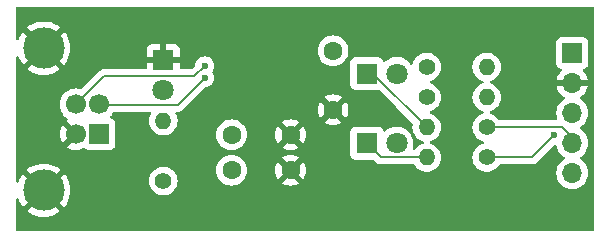
<source format=gbl>
G04 #@! TF.GenerationSoftware,KiCad,Pcbnew,8.0.7*
G04 #@! TF.CreationDate,2025-01-23T22:17:45+09:00*
G04 #@! TF.ProjectId,ch340_silial_release,63683334-305f-4736-996c-69616c5f7265,rev?*
G04 #@! TF.SameCoordinates,Original*
G04 #@! TF.FileFunction,Copper,L2,Bot*
G04 #@! TF.FilePolarity,Positive*
%FSLAX46Y46*%
G04 Gerber Fmt 4.6, Leading zero omitted, Abs format (unit mm)*
G04 Created by KiCad (PCBNEW 8.0.7) date 2025-01-23 22:17:45*
%MOMM*%
%LPD*%
G01*
G04 APERTURE LIST*
G04 #@! TA.AperFunction,ComponentPad*
%ADD10R,1.700000X1.700000*%
G04 #@! TD*
G04 #@! TA.AperFunction,ComponentPad*
%ADD11C,1.700000*%
G04 #@! TD*
G04 #@! TA.AperFunction,ComponentPad*
%ADD12C,3.500000*%
G04 #@! TD*
G04 #@! TA.AperFunction,ComponentPad*
%ADD13C,1.400000*%
G04 #@! TD*
G04 #@! TA.AperFunction,ComponentPad*
%ADD14O,1.400000X1.400000*%
G04 #@! TD*
G04 #@! TA.AperFunction,ComponentPad*
%ADD15C,1.600000*%
G04 #@! TD*
G04 #@! TA.AperFunction,ComponentPad*
%ADD16R,1.800000X1.800000*%
G04 #@! TD*
G04 #@! TA.AperFunction,ComponentPad*
%ADD17C,1.800000*%
G04 #@! TD*
G04 #@! TA.AperFunction,ComponentPad*
%ADD18O,1.700000X1.700000*%
G04 #@! TD*
G04 #@! TA.AperFunction,ViaPad*
%ADD19C,0.600000*%
G04 #@! TD*
G04 #@! TA.AperFunction,Conductor*
%ADD20C,0.200000*%
G04 #@! TD*
G04 APERTURE END LIST*
D10*
X107577500Y-61275000D03*
D11*
X107577500Y-58775000D03*
X105577500Y-58775000D03*
X105577500Y-61275000D03*
D12*
X102867500Y-66045000D03*
X102867500Y-54005000D03*
D13*
X135292800Y-58152266D03*
D14*
X140372800Y-58152266D03*
X140372800Y-55600600D03*
D13*
X135292800Y-55600600D03*
X113000000Y-65252600D03*
D14*
X113000000Y-60172600D03*
D13*
X140372800Y-60703932D03*
D14*
X135292800Y-60703932D03*
D13*
X140372800Y-63255600D03*
D14*
X135292800Y-63255600D03*
D15*
X123772000Y-64341000D03*
X118772000Y-64341000D03*
X123772000Y-61341000D03*
X118772000Y-61341000D03*
X127368000Y-54229000D03*
X127368000Y-59229000D03*
D16*
X130212800Y-56159400D03*
D17*
X132752800Y-56159400D03*
D16*
X130212800Y-62052200D03*
D17*
X132752800Y-62052200D03*
D10*
X147623900Y-54413200D03*
D18*
X147623900Y-56953200D03*
X147623900Y-59493200D03*
X147623900Y-62033200D03*
X147623900Y-64573200D03*
D16*
X113000000Y-55041800D03*
D17*
X113000000Y-57581800D03*
D19*
X146062400Y-61391800D03*
X120500000Y-57005000D03*
X116500000Y-55505000D03*
X116500000Y-56505000D03*
D20*
X114223200Y-58781800D02*
X116500000Y-56505000D01*
X107577500Y-58775000D02*
X107584300Y-58781800D01*
X107584300Y-58781800D02*
X114223200Y-58781800D01*
X115623200Y-56381800D02*
X116500000Y-55505000D01*
X107970700Y-56381800D02*
X115623200Y-56381800D01*
X105577500Y-58775000D02*
X107970700Y-56381800D01*
X144198600Y-63255600D02*
X146062400Y-61391800D01*
X140372800Y-63255600D02*
X144198600Y-63255600D01*
X140372800Y-60703932D02*
X146738932Y-60703932D01*
X146738932Y-60703932D02*
X148000000Y-61965000D01*
X131416200Y-63255600D02*
X130212800Y-62052200D01*
X135292800Y-63255600D02*
X131416200Y-63255600D01*
X130748268Y-56159400D02*
X130212800Y-56159400D01*
X135292800Y-60703932D02*
X130748268Y-56159400D01*
G04 #@! TA.AperFunction,Conductor*
G36*
X149442539Y-50520185D02*
G01*
X149488294Y-50572989D01*
X149499500Y-50624500D01*
X149499500Y-69375500D01*
X149479815Y-69442539D01*
X149427011Y-69488294D01*
X149375500Y-69499500D01*
X100624500Y-69499500D01*
X100557461Y-69479815D01*
X100511706Y-69427011D01*
X100500500Y-69375500D01*
X100500500Y-66822862D01*
X100520185Y-66755823D01*
X100572989Y-66710068D01*
X100642147Y-66700124D01*
X100705703Y-66729149D01*
X100741919Y-66783003D01*
X100784312Y-66907888D01*
X100914758Y-67172406D01*
X100914765Y-67172419D01*
X101078623Y-67417649D01*
X101107905Y-67451040D01*
X101884673Y-66674271D01*
X101978888Y-66803946D01*
X102108554Y-66933612D01*
X102238227Y-67027825D01*
X101461458Y-67804593D01*
X101494850Y-67833876D01*
X101740080Y-67997734D01*
X101740093Y-67997741D01*
X102004611Y-68128187D01*
X102283900Y-68222994D01*
X102283915Y-68222998D01*
X102573175Y-68280535D01*
X102573187Y-68280537D01*
X102867500Y-68299827D01*
X103161812Y-68280537D01*
X103161824Y-68280535D01*
X103451084Y-68222998D01*
X103451099Y-68222994D01*
X103730388Y-68128187D01*
X103994906Y-67997741D01*
X103994919Y-67997734D01*
X104240148Y-67833877D01*
X104273539Y-67804593D01*
X103496771Y-67027825D01*
X103626446Y-66933612D01*
X103756112Y-66803946D01*
X103850325Y-66674271D01*
X104627093Y-67451039D01*
X104656377Y-67417648D01*
X104820234Y-67172419D01*
X104820241Y-67172406D01*
X104950687Y-66907888D01*
X105045494Y-66628599D01*
X105045498Y-66628584D01*
X105103035Y-66339324D01*
X105103037Y-66339312D01*
X105122327Y-66045000D01*
X105103037Y-65750687D01*
X105103035Y-65750675D01*
X105045498Y-65461415D01*
X105045494Y-65461400D01*
X104974615Y-65252599D01*
X111794357Y-65252599D01*
X111794357Y-65252600D01*
X111814884Y-65474135D01*
X111814885Y-65474137D01*
X111875769Y-65688123D01*
X111875775Y-65688138D01*
X111974938Y-65887283D01*
X111974943Y-65887291D01*
X112109020Y-66064838D01*
X112273437Y-66214723D01*
X112273439Y-66214725D01*
X112462595Y-66331845D01*
X112462596Y-66331845D01*
X112462599Y-66331847D01*
X112670060Y-66412218D01*
X112888757Y-66453100D01*
X112888759Y-66453100D01*
X113111241Y-66453100D01*
X113111243Y-66453100D01*
X113329940Y-66412218D01*
X113537401Y-66331847D01*
X113726562Y-66214724D01*
X113890981Y-66064836D01*
X114025058Y-65887289D01*
X114124229Y-65688128D01*
X114185115Y-65474136D01*
X114205643Y-65252600D01*
X114185115Y-65031064D01*
X114124229Y-64817072D01*
X114120017Y-64808613D01*
X114025061Y-64617916D01*
X114025056Y-64617908D01*
X113890979Y-64440361D01*
X113781982Y-64340998D01*
X117466532Y-64340998D01*
X117466532Y-64341001D01*
X117486364Y-64567686D01*
X117486366Y-64567697D01*
X117545258Y-64787488D01*
X117545261Y-64787497D01*
X117641431Y-64993732D01*
X117641432Y-64993734D01*
X117771954Y-65180141D01*
X117932858Y-65341045D01*
X117932861Y-65341047D01*
X118119266Y-65471568D01*
X118325504Y-65567739D01*
X118545308Y-65626635D01*
X118707230Y-65640801D01*
X118771998Y-65646468D01*
X118772000Y-65646468D01*
X118772002Y-65646468D01*
X118828673Y-65641509D01*
X118998692Y-65626635D01*
X119218496Y-65567739D01*
X119424734Y-65471568D01*
X119611139Y-65341047D01*
X119772047Y-65180139D01*
X119902568Y-64993734D01*
X119998739Y-64787496D01*
X120057635Y-64567692D01*
X120077468Y-64341000D01*
X120077468Y-64340997D01*
X122467034Y-64340997D01*
X122467034Y-64341002D01*
X122486858Y-64567599D01*
X122486860Y-64567610D01*
X122545730Y-64787317D01*
X122545735Y-64787331D01*
X122641863Y-64993478D01*
X122692974Y-65066472D01*
X123372000Y-64387446D01*
X123372000Y-64393661D01*
X123399259Y-64495394D01*
X123451920Y-64586606D01*
X123526394Y-64661080D01*
X123617606Y-64713741D01*
X123719339Y-64741000D01*
X123725553Y-64741000D01*
X123046526Y-65420025D01*
X123119513Y-65471132D01*
X123119521Y-65471136D01*
X123325668Y-65567264D01*
X123325682Y-65567269D01*
X123545389Y-65626139D01*
X123545400Y-65626141D01*
X123771998Y-65645966D01*
X123772002Y-65645966D01*
X123998599Y-65626141D01*
X123998610Y-65626139D01*
X124218317Y-65567269D01*
X124218331Y-65567264D01*
X124424478Y-65471136D01*
X124497471Y-65420024D01*
X123818447Y-64741000D01*
X123824661Y-64741000D01*
X123926394Y-64713741D01*
X124017606Y-64661080D01*
X124092080Y-64586606D01*
X124144741Y-64495394D01*
X124172000Y-64393661D01*
X124172000Y-64387447D01*
X124851024Y-65066471D01*
X124902136Y-64993478D01*
X124998264Y-64787331D01*
X124998269Y-64787317D01*
X125057139Y-64567610D01*
X125057141Y-64567599D01*
X125076966Y-64341002D01*
X125076966Y-64340997D01*
X125057141Y-64114400D01*
X125057139Y-64114389D01*
X124998269Y-63894682D01*
X124998264Y-63894668D01*
X124902136Y-63688521D01*
X124902132Y-63688513D01*
X124851025Y-63615526D01*
X124172000Y-64294551D01*
X124172000Y-64288339D01*
X124144741Y-64186606D01*
X124092080Y-64095394D01*
X124017606Y-64020920D01*
X123926394Y-63968259D01*
X123824661Y-63941000D01*
X123818445Y-63941000D01*
X124497472Y-63261974D01*
X124424478Y-63210863D01*
X124218331Y-63114735D01*
X124218317Y-63114730D01*
X123998610Y-63055860D01*
X123998599Y-63055858D01*
X123772002Y-63036034D01*
X123771998Y-63036034D01*
X123545400Y-63055858D01*
X123545389Y-63055860D01*
X123325682Y-63114730D01*
X123325673Y-63114734D01*
X123119516Y-63210866D01*
X123119512Y-63210868D01*
X123046526Y-63261973D01*
X123046526Y-63261974D01*
X123725553Y-63941000D01*
X123719339Y-63941000D01*
X123617606Y-63968259D01*
X123526394Y-64020920D01*
X123451920Y-64095394D01*
X123399259Y-64186606D01*
X123372000Y-64288339D01*
X123372000Y-64294552D01*
X122692974Y-63615526D01*
X122692973Y-63615526D01*
X122641868Y-63688512D01*
X122641866Y-63688516D01*
X122545734Y-63894673D01*
X122545730Y-63894682D01*
X122486860Y-64114389D01*
X122486858Y-64114400D01*
X122467034Y-64340997D01*
X120077468Y-64340997D01*
X120077187Y-64337792D01*
X120066683Y-64217724D01*
X120057635Y-64114308D01*
X119998739Y-63894504D01*
X119902568Y-63688266D01*
X119772047Y-63501861D01*
X119772045Y-63501858D01*
X119611141Y-63340954D01*
X119424734Y-63210432D01*
X119424732Y-63210431D01*
X119218497Y-63114261D01*
X119218488Y-63114258D01*
X118998697Y-63055366D01*
X118998693Y-63055365D01*
X118998692Y-63055365D01*
X118998691Y-63055364D01*
X118998686Y-63055364D01*
X118772002Y-63035532D01*
X118771998Y-63035532D01*
X118545313Y-63055364D01*
X118545302Y-63055366D01*
X118325511Y-63114258D01*
X118325502Y-63114261D01*
X118119267Y-63210431D01*
X118119265Y-63210432D01*
X117932858Y-63340954D01*
X117771954Y-63501858D01*
X117641432Y-63688265D01*
X117641431Y-63688267D01*
X117545261Y-63894502D01*
X117545258Y-63894511D01*
X117486366Y-64114302D01*
X117486364Y-64114313D01*
X117466532Y-64340998D01*
X113781982Y-64340998D01*
X113726562Y-64290476D01*
X113726560Y-64290474D01*
X113537404Y-64173354D01*
X113537398Y-64173352D01*
X113329940Y-64092982D01*
X113111243Y-64052100D01*
X112888757Y-64052100D01*
X112670060Y-64092982D01*
X112614774Y-64114400D01*
X112462601Y-64173352D01*
X112462595Y-64173354D01*
X112273439Y-64290474D01*
X112273437Y-64290476D01*
X112109020Y-64440361D01*
X111974943Y-64617908D01*
X111974938Y-64617916D01*
X111875775Y-64817061D01*
X111875769Y-64817076D01*
X111814885Y-65031062D01*
X111814884Y-65031064D01*
X111794357Y-65252599D01*
X104974615Y-65252599D01*
X104950687Y-65182111D01*
X104820241Y-64917593D01*
X104820234Y-64917580D01*
X104656376Y-64672350D01*
X104627093Y-64638958D01*
X103850325Y-65415726D01*
X103756112Y-65286054D01*
X103626446Y-65156388D01*
X103496771Y-65062174D01*
X104273540Y-64285405D01*
X104240149Y-64256123D01*
X103994919Y-64092265D01*
X103994906Y-64092258D01*
X103730388Y-63961812D01*
X103451099Y-63867005D01*
X103451084Y-63867001D01*
X103161824Y-63809464D01*
X103161812Y-63809462D01*
X102867500Y-63790172D01*
X102573187Y-63809462D01*
X102573175Y-63809464D01*
X102283915Y-63867001D01*
X102283900Y-63867005D01*
X102004611Y-63961812D01*
X101740093Y-64092258D01*
X101740080Y-64092265D01*
X101494846Y-64256126D01*
X101494839Y-64256131D01*
X101461459Y-64285403D01*
X101461459Y-64285405D01*
X102238228Y-65062174D01*
X102108554Y-65156388D01*
X101978888Y-65286054D01*
X101884674Y-65415727D01*
X101107905Y-64638959D01*
X101107903Y-64638959D01*
X101078631Y-64672339D01*
X101078626Y-64672346D01*
X100914765Y-64917580D01*
X100914758Y-64917593D01*
X100784312Y-65182111D01*
X100741919Y-65306996D01*
X100701730Y-65364150D01*
X100637021Y-65390503D01*
X100568336Y-65377688D01*
X100517483Y-65329774D01*
X100500500Y-65267137D01*
X100500500Y-58774999D01*
X104221841Y-58774999D01*
X104221841Y-58775000D01*
X104242436Y-59010403D01*
X104242438Y-59010413D01*
X104303594Y-59238655D01*
X104303596Y-59238659D01*
X104303597Y-59238663D01*
X104370576Y-59382300D01*
X104403464Y-59452828D01*
X104403467Y-59452834D01*
X104467111Y-59543726D01*
X104539005Y-59646401D01*
X104706099Y-59813495D01*
X104817781Y-59891696D01*
X104863531Y-59923730D01*
X104907156Y-59978307D01*
X104914350Y-60047805D01*
X104882827Y-60110160D01*
X104863532Y-60126880D01*
X104816127Y-60160073D01*
X104816126Y-60160073D01*
X105480750Y-60824697D01*
X105399947Y-60846349D01*
X105295054Y-60906909D01*
X105209409Y-60992554D01*
X105148849Y-61097447D01*
X105127197Y-61178250D01*
X104462573Y-60513626D01*
X104462573Y-60513627D01*
X104403900Y-60597421D01*
X104403899Y-60597423D01*
X104304070Y-60811507D01*
X104304066Y-60811516D01*
X104242932Y-61039673D01*
X104242930Y-61039684D01*
X104222343Y-61274998D01*
X104222343Y-61275001D01*
X104242930Y-61510315D01*
X104242932Y-61510326D01*
X104304066Y-61738483D01*
X104304070Y-61738492D01*
X104403898Y-61952576D01*
X104462573Y-62036372D01*
X105127197Y-61371748D01*
X105148849Y-61452553D01*
X105209409Y-61557446D01*
X105295054Y-61643091D01*
X105399947Y-61703651D01*
X105480749Y-61725302D01*
X104816126Y-62389926D01*
X104899917Y-62448598D01*
X104899921Y-62448600D01*
X105114007Y-62548429D01*
X105114016Y-62548433D01*
X105342173Y-62609567D01*
X105342184Y-62609569D01*
X105577498Y-62630157D01*
X105577502Y-62630157D01*
X105812815Y-62609569D01*
X105812826Y-62609567D01*
X106040983Y-62548433D01*
X106040992Y-62548430D01*
X106231580Y-62459557D01*
X106300657Y-62449065D01*
X106364441Y-62477585D01*
X106369208Y-62481988D01*
X106485164Y-62568793D01*
X106485171Y-62568797D01*
X106620017Y-62619091D01*
X106620016Y-62619091D01*
X106626944Y-62619835D01*
X106679627Y-62625500D01*
X108475372Y-62625499D01*
X108534983Y-62619091D01*
X108669831Y-62568796D01*
X108785046Y-62482546D01*
X108871296Y-62367331D01*
X108921591Y-62232483D01*
X108928000Y-62172873D01*
X108927999Y-60377128D01*
X108921591Y-60317517D01*
X108918050Y-60308024D01*
X108871297Y-60182671D01*
X108871293Y-60182664D01*
X108785047Y-60067455D01*
X108785044Y-60067452D01*
X108669835Y-59981206D01*
X108669828Y-59981202D01*
X108567551Y-59943056D01*
X108511617Y-59901185D01*
X108487200Y-59835721D01*
X108502051Y-59767448D01*
X108523203Y-59739193D01*
X108533793Y-59728603D01*
X108615995Y-59646401D01*
X108751535Y-59452830D01*
X108751536Y-59452826D01*
X108754243Y-59448140D01*
X108755476Y-59448852D01*
X108797221Y-59401450D01*
X108863421Y-59382300D01*
X111852160Y-59382300D01*
X111919199Y-59401985D01*
X111964954Y-59454789D01*
X111974898Y-59523947D01*
X111963160Y-59561572D01*
X111875775Y-59737061D01*
X111875769Y-59737076D01*
X111814885Y-59951062D01*
X111814884Y-59951064D01*
X111794357Y-60172599D01*
X111794357Y-60172600D01*
X111814884Y-60394135D01*
X111814885Y-60394137D01*
X111875769Y-60608123D01*
X111875775Y-60608138D01*
X111974938Y-60807283D01*
X111974943Y-60807291D01*
X112109020Y-60984838D01*
X112273437Y-61134723D01*
X112273439Y-61134725D01*
X112462595Y-61251845D01*
X112462596Y-61251845D01*
X112462599Y-61251847D01*
X112670060Y-61332218D01*
X112888757Y-61373100D01*
X112888759Y-61373100D01*
X113111241Y-61373100D01*
X113111243Y-61373100D01*
X113282972Y-61340998D01*
X117466532Y-61340998D01*
X117466532Y-61341001D01*
X117486364Y-61567686D01*
X117486366Y-61567697D01*
X117545258Y-61787488D01*
X117545261Y-61787497D01*
X117641431Y-61993732D01*
X117641432Y-61993734D01*
X117771954Y-62180141D01*
X117932858Y-62341045D01*
X117932861Y-62341047D01*
X118119266Y-62471568D01*
X118325504Y-62567739D01*
X118325509Y-62567740D01*
X118325511Y-62567741D01*
X118336390Y-62570656D01*
X118545308Y-62626635D01*
X118707230Y-62640801D01*
X118771998Y-62646468D01*
X118772000Y-62646468D01*
X118772002Y-62646468D01*
X118828673Y-62641509D01*
X118998692Y-62626635D01*
X119218496Y-62567739D01*
X119424734Y-62471568D01*
X119611139Y-62341047D01*
X119772047Y-62180139D01*
X119902568Y-61993734D01*
X119998739Y-61787496D01*
X120057635Y-61567692D01*
X120076211Y-61355369D01*
X120077468Y-61341001D01*
X120077468Y-61340998D01*
X120077468Y-61340997D01*
X122467034Y-61340997D01*
X122467034Y-61341002D01*
X122486858Y-61567599D01*
X122486860Y-61567610D01*
X122545730Y-61787317D01*
X122545735Y-61787331D01*
X122641863Y-61993478D01*
X122692974Y-62066472D01*
X123372000Y-61387446D01*
X123372000Y-61393661D01*
X123399259Y-61495394D01*
X123451920Y-61586606D01*
X123526394Y-61661080D01*
X123617606Y-61713741D01*
X123719339Y-61741000D01*
X123725553Y-61741000D01*
X123046526Y-62420025D01*
X123119513Y-62471132D01*
X123119521Y-62471136D01*
X123325668Y-62567264D01*
X123325682Y-62567269D01*
X123545389Y-62626139D01*
X123545400Y-62626141D01*
X123771998Y-62645966D01*
X123772002Y-62645966D01*
X123998599Y-62626141D01*
X123998610Y-62626139D01*
X124218317Y-62567269D01*
X124218331Y-62567264D01*
X124424478Y-62471136D01*
X124497471Y-62420024D01*
X123818447Y-61741000D01*
X123824661Y-61741000D01*
X123926394Y-61713741D01*
X124017606Y-61661080D01*
X124092080Y-61586606D01*
X124144741Y-61495394D01*
X124172000Y-61393661D01*
X124172000Y-61387447D01*
X124851024Y-62066471D01*
X124902136Y-61993478D01*
X124998264Y-61787331D01*
X124998269Y-61787317D01*
X125057139Y-61567610D01*
X125057141Y-61567599D01*
X125076966Y-61341002D01*
X125076966Y-61340997D01*
X125057141Y-61114400D01*
X125057139Y-61114389D01*
X124998269Y-60894682D01*
X124998264Y-60894668D01*
X124902136Y-60688521D01*
X124902132Y-60688513D01*
X124851025Y-60615526D01*
X124172000Y-61294551D01*
X124172000Y-61288339D01*
X124144741Y-61186606D01*
X124092080Y-61095394D01*
X124017606Y-61020920D01*
X123926394Y-60968259D01*
X123824661Y-60941000D01*
X123818445Y-60941000D01*
X124497472Y-60261974D01*
X124424478Y-60210863D01*
X124218331Y-60114735D01*
X124218317Y-60114730D01*
X123998610Y-60055860D01*
X123998599Y-60055858D01*
X123772002Y-60036034D01*
X123771998Y-60036034D01*
X123545400Y-60055858D01*
X123545389Y-60055860D01*
X123325682Y-60114730D01*
X123325673Y-60114734D01*
X123119516Y-60210866D01*
X123119512Y-60210868D01*
X123046526Y-60261973D01*
X123046526Y-60261974D01*
X123725553Y-60941000D01*
X123719339Y-60941000D01*
X123617606Y-60968259D01*
X123526394Y-61020920D01*
X123451920Y-61095394D01*
X123399259Y-61186606D01*
X123372000Y-61288339D01*
X123372000Y-61294552D01*
X122692974Y-60615526D01*
X122692973Y-60615526D01*
X122641868Y-60688512D01*
X122641866Y-60688516D01*
X122545734Y-60894673D01*
X122545730Y-60894682D01*
X122486860Y-61114389D01*
X122486858Y-61114400D01*
X122467034Y-61340997D01*
X120077468Y-61340997D01*
X120061790Y-61161799D01*
X120057635Y-61114308D01*
X120007036Y-60925468D01*
X119998741Y-60894511D01*
X119998738Y-60894502D01*
X119960041Y-60811516D01*
X119902568Y-60688266D01*
X119792935Y-60531693D01*
X119772045Y-60501858D01*
X119611141Y-60340954D01*
X119424734Y-60210432D01*
X119424732Y-60210431D01*
X119218497Y-60114261D01*
X119218488Y-60114258D01*
X118998697Y-60055366D01*
X118998693Y-60055365D01*
X118998692Y-60055365D01*
X118998691Y-60055364D01*
X118998686Y-60055364D01*
X118772002Y-60035532D01*
X118771998Y-60035532D01*
X118545313Y-60055364D01*
X118545302Y-60055366D01*
X118325511Y-60114258D01*
X118325502Y-60114261D01*
X118119267Y-60210431D01*
X118119265Y-60210432D01*
X117932858Y-60340954D01*
X117771954Y-60501858D01*
X117641432Y-60688265D01*
X117641431Y-60688267D01*
X117545261Y-60894502D01*
X117545258Y-60894511D01*
X117486366Y-61114302D01*
X117486364Y-61114313D01*
X117466532Y-61340998D01*
X113282972Y-61340998D01*
X113329940Y-61332218D01*
X113537401Y-61251847D01*
X113726562Y-61134724D01*
X113890981Y-60984836D01*
X114025058Y-60807289D01*
X114124229Y-60608128D01*
X114185115Y-60394136D01*
X114205643Y-60172600D01*
X114201406Y-60126880D01*
X114185115Y-59951064D01*
X114185114Y-59951062D01*
X114184537Y-59949035D01*
X114124229Y-59737072D01*
X114120017Y-59728613D01*
X114036841Y-59561573D01*
X114024580Y-59492787D01*
X114051453Y-59428292D01*
X114108929Y-59388565D01*
X114147841Y-59382301D01*
X114302254Y-59382301D01*
X114302257Y-59382301D01*
X114454985Y-59341377D01*
X114454987Y-59341375D01*
X114454989Y-59341375D01*
X114454990Y-59341374D01*
X114506067Y-59311885D01*
X114506068Y-59311884D01*
X114591916Y-59262320D01*
X114625239Y-59228997D01*
X126063034Y-59228997D01*
X126063034Y-59229002D01*
X126082858Y-59455599D01*
X126082860Y-59455610D01*
X126141730Y-59675317D01*
X126141735Y-59675331D01*
X126237863Y-59881478D01*
X126288974Y-59954472D01*
X126968000Y-59275446D01*
X126968000Y-59281661D01*
X126995259Y-59383394D01*
X127047920Y-59474606D01*
X127122394Y-59549080D01*
X127213606Y-59601741D01*
X127315339Y-59629000D01*
X127321553Y-59629000D01*
X126642526Y-60308025D01*
X126715513Y-60359132D01*
X126715521Y-60359136D01*
X126921668Y-60455264D01*
X126921682Y-60455269D01*
X127141389Y-60514139D01*
X127141400Y-60514141D01*
X127367998Y-60533966D01*
X127368002Y-60533966D01*
X127594599Y-60514141D01*
X127594610Y-60514139D01*
X127814317Y-60455269D01*
X127814331Y-60455264D01*
X128020478Y-60359136D01*
X128093471Y-60308024D01*
X127414447Y-59629000D01*
X127420661Y-59629000D01*
X127522394Y-59601741D01*
X127613606Y-59549080D01*
X127688080Y-59474606D01*
X127740741Y-59383394D01*
X127768000Y-59281661D01*
X127768000Y-59275447D01*
X128447024Y-59954471D01*
X128498136Y-59881478D01*
X128594264Y-59675331D01*
X128594269Y-59675317D01*
X128653139Y-59455610D01*
X128653141Y-59455599D01*
X128672966Y-59229002D01*
X128672966Y-59228997D01*
X128653141Y-59002400D01*
X128653139Y-59002389D01*
X128594269Y-58782682D01*
X128594264Y-58782668D01*
X128498136Y-58576521D01*
X128498132Y-58576513D01*
X128447025Y-58503526D01*
X127768000Y-59182551D01*
X127768000Y-59176339D01*
X127740741Y-59074606D01*
X127688080Y-58983394D01*
X127613606Y-58908920D01*
X127522394Y-58856259D01*
X127420661Y-58829000D01*
X127414445Y-58829000D01*
X128093472Y-58149974D01*
X128020478Y-58098863D01*
X127814331Y-58002735D01*
X127814317Y-58002730D01*
X127594610Y-57943860D01*
X127594599Y-57943858D01*
X127368002Y-57924034D01*
X127367998Y-57924034D01*
X127141400Y-57943858D01*
X127141389Y-57943860D01*
X126921682Y-58002730D01*
X126921673Y-58002734D01*
X126715516Y-58098866D01*
X126715512Y-58098868D01*
X126642526Y-58149973D01*
X126642526Y-58149974D01*
X127321553Y-58829000D01*
X127315339Y-58829000D01*
X127213606Y-58856259D01*
X127122394Y-58908920D01*
X127047920Y-58983394D01*
X126995259Y-59074606D01*
X126968000Y-59176339D01*
X126968000Y-59182552D01*
X126288974Y-58503526D01*
X126288973Y-58503526D01*
X126237868Y-58576512D01*
X126237866Y-58576516D01*
X126141734Y-58782673D01*
X126141730Y-58782682D01*
X126082860Y-59002389D01*
X126082858Y-59002400D01*
X126063034Y-59228997D01*
X114625239Y-59228997D01*
X114703720Y-59150516D01*
X114703720Y-59150514D01*
X114713924Y-59140311D01*
X114713928Y-59140306D01*
X116518535Y-57335698D01*
X116579856Y-57302215D01*
X116592311Y-57300163D01*
X116679255Y-57290368D01*
X116849522Y-57230789D01*
X117002262Y-57134816D01*
X117129816Y-57007262D01*
X117225789Y-56854522D01*
X117285368Y-56684255D01*
X117285369Y-56684249D01*
X117305565Y-56505003D01*
X117305565Y-56504996D01*
X117285369Y-56325750D01*
X117285368Y-56325745D01*
X117225788Y-56155475D01*
X117172691Y-56070973D01*
X117153690Y-56003736D01*
X117172691Y-55939027D01*
X117225788Y-55854524D01*
X117225789Y-55854522D01*
X117285368Y-55684255D01*
X117302245Y-55534468D01*
X117305565Y-55505003D01*
X117305565Y-55504996D01*
X117285369Y-55325750D01*
X117285368Y-55325745D01*
X117251531Y-55229045D01*
X117225789Y-55155478D01*
X117223551Y-55151917D01*
X117138822Y-55017071D01*
X117129816Y-55002738D01*
X117002262Y-54875184D01*
X116997928Y-54872461D01*
X116849523Y-54779211D01*
X116679254Y-54719631D01*
X116679249Y-54719630D01*
X116500004Y-54699435D01*
X116499996Y-54699435D01*
X116320750Y-54719630D01*
X116320745Y-54719631D01*
X116150476Y-54779211D01*
X115997737Y-54875184D01*
X115870184Y-55002737D01*
X115774210Y-55155478D01*
X115714630Y-55325750D01*
X115704837Y-55412668D01*
X115677770Y-55477082D01*
X115669298Y-55486465D01*
X115410782Y-55744982D01*
X115349462Y-55778466D01*
X115323103Y-55781300D01*
X114524000Y-55781300D01*
X114456961Y-55761615D01*
X114411206Y-55708811D01*
X114400000Y-55657300D01*
X114400000Y-55291800D01*
X113375278Y-55291800D01*
X113419333Y-55215494D01*
X113450000Y-55101044D01*
X113450000Y-54982556D01*
X113419333Y-54868106D01*
X113375278Y-54791800D01*
X114400000Y-54791800D01*
X114400000Y-54228998D01*
X126062532Y-54228998D01*
X126062532Y-54229001D01*
X126082364Y-54455686D01*
X126082366Y-54455697D01*
X126141258Y-54675488D01*
X126141261Y-54675497D01*
X126237431Y-54881732D01*
X126237432Y-54881734D01*
X126367954Y-55068141D01*
X126528858Y-55229045D01*
X126528861Y-55229047D01*
X126715266Y-55359568D01*
X126921504Y-55455739D01*
X126921509Y-55455740D01*
X126921511Y-55455741D01*
X126974415Y-55469916D01*
X127141308Y-55514635D01*
X127303230Y-55528801D01*
X127367998Y-55534468D01*
X127368000Y-55534468D01*
X127368002Y-55534468D01*
X127424673Y-55529509D01*
X127594692Y-55514635D01*
X127814496Y-55455739D01*
X128020734Y-55359568D01*
X128207139Y-55229047D01*
X128224651Y-55211535D01*
X128812300Y-55211535D01*
X128812300Y-57107270D01*
X128812301Y-57107276D01*
X128818708Y-57166883D01*
X128869002Y-57301728D01*
X128869006Y-57301735D01*
X128955252Y-57416944D01*
X128955255Y-57416947D01*
X129070464Y-57503193D01*
X129070471Y-57503197D01*
X129205317Y-57553491D01*
X129205316Y-57553491D01*
X129212244Y-57554235D01*
X129264927Y-57559900D01*
X131160672Y-57559899D01*
X131220283Y-57553491D01*
X131220285Y-57553490D01*
X131227068Y-57552761D01*
X131295827Y-57565167D01*
X131328002Y-57588369D01*
X132712248Y-58972616D01*
X134081485Y-60341853D01*
X134114970Y-60403176D01*
X134113071Y-60463467D01*
X134107684Y-60482398D01*
X134087157Y-60703931D01*
X134087157Y-60703932D01*
X134107684Y-60925467D01*
X134107685Y-60925469D01*
X134168569Y-61139455D01*
X134168575Y-61139470D01*
X134267738Y-61338615D01*
X134267743Y-61338623D01*
X134401820Y-61516170D01*
X134566237Y-61666055D01*
X134566239Y-61666057D01*
X134755395Y-61783177D01*
X134755396Y-61783177D01*
X134755399Y-61783179D01*
X134962860Y-61863550D01*
X134962865Y-61863550D01*
X134964383Y-61864139D01*
X135019784Y-61906712D01*
X135043375Y-61972479D01*
X135027664Y-62040559D01*
X134977640Y-62089338D01*
X134964383Y-62095393D01*
X134962865Y-62095981D01*
X134962860Y-62095982D01*
X134793358Y-62161647D01*
X134755401Y-62176352D01*
X134755395Y-62176354D01*
X134566239Y-62293474D01*
X134566237Y-62293476D01*
X134401820Y-62443362D01*
X134315195Y-62558071D01*
X134259085Y-62599707D01*
X134189373Y-62604398D01*
X134128192Y-62570656D01*
X134094965Y-62509192D01*
X134096036Y-62452903D01*
X134098453Y-62443361D01*
X134136409Y-62293476D01*
X134138931Y-62283517D01*
X134138931Y-62283516D01*
X134138934Y-62283505D01*
X134140168Y-62268613D01*
X134158100Y-62052206D01*
X134158100Y-62052193D01*
X134138935Y-61820902D01*
X134138933Y-61820891D01*
X134081957Y-61595899D01*
X133988724Y-61383351D01*
X133861783Y-61189052D01*
X133861780Y-61189049D01*
X133861779Y-61189047D01*
X133704584Y-61018287D01*
X133704579Y-61018283D01*
X133704577Y-61018281D01*
X133521434Y-60875735D01*
X133521428Y-60875731D01*
X133317304Y-60765264D01*
X133317295Y-60765261D01*
X133097784Y-60689902D01*
X132907250Y-60658108D01*
X132868849Y-60651700D01*
X132636751Y-60651700D01*
X132598350Y-60658108D01*
X132407815Y-60689902D01*
X132188304Y-60765261D01*
X132188295Y-60765264D01*
X131984171Y-60875731D01*
X131984165Y-60875735D01*
X131801022Y-61018281D01*
X131801018Y-61018285D01*
X131792666Y-61027358D01*
X131732779Y-61063348D01*
X131662941Y-61061247D01*
X131605325Y-61021722D01*
X131585255Y-60986707D01*
X131556597Y-60909871D01*
X131556593Y-60909864D01*
X131470347Y-60794655D01*
X131470344Y-60794652D01*
X131355135Y-60708406D01*
X131355128Y-60708402D01*
X131220282Y-60658108D01*
X131220283Y-60658108D01*
X131160683Y-60651701D01*
X131160681Y-60651700D01*
X131160673Y-60651700D01*
X131160664Y-60651700D01*
X129264929Y-60651700D01*
X129264923Y-60651701D01*
X129205316Y-60658108D01*
X129070471Y-60708402D01*
X129070464Y-60708406D01*
X128955255Y-60794652D01*
X128955252Y-60794655D01*
X128869006Y-60909864D01*
X128869002Y-60909871D01*
X128818708Y-61044717D01*
X128812301Y-61104316D01*
X128812300Y-61104335D01*
X128812301Y-63000063D01*
X128812301Y-63000076D01*
X128818708Y-63059683D01*
X128869002Y-63194528D01*
X128869006Y-63194535D01*
X128955252Y-63309744D01*
X128955255Y-63309747D01*
X129070464Y-63395993D01*
X129070471Y-63395997D01*
X129205317Y-63446291D01*
X129205316Y-63446291D01*
X129212244Y-63447035D01*
X129264927Y-63452700D01*
X130712701Y-63452699D01*
X130779740Y-63472384D01*
X130800382Y-63489018D01*
X131047484Y-63736120D01*
X131047486Y-63736121D01*
X131047490Y-63736124D01*
X131184409Y-63815173D01*
X131184412Y-63815175D01*
X131184416Y-63815177D01*
X131337143Y-63856101D01*
X131337145Y-63856101D01*
X131502854Y-63856101D01*
X131502870Y-63856100D01*
X134180179Y-63856100D01*
X134247218Y-63875785D01*
X134279133Y-63905373D01*
X134401820Y-64067838D01*
X134566237Y-64217723D01*
X134566239Y-64217725D01*
X134755395Y-64334845D01*
X134755396Y-64334845D01*
X134755399Y-64334847D01*
X134962860Y-64415218D01*
X135181557Y-64456100D01*
X135181559Y-64456100D01*
X135404041Y-64456100D01*
X135404043Y-64456100D01*
X135622740Y-64415218D01*
X135830201Y-64334847D01*
X136019362Y-64217724D01*
X136183781Y-64067836D01*
X136317858Y-63890289D01*
X136417029Y-63691128D01*
X136477915Y-63477136D01*
X136498443Y-63255600D01*
X136477915Y-63034064D01*
X136417029Y-62820072D01*
X136417024Y-62820061D01*
X136317861Y-62620916D01*
X136317856Y-62620908D01*
X136183779Y-62443361D01*
X136019362Y-62293476D01*
X136019360Y-62293474D01*
X135830204Y-62176354D01*
X135830195Y-62176350D01*
X135746667Y-62143991D01*
X135622740Y-62095982D01*
X135622734Y-62095981D01*
X135621217Y-62095393D01*
X135565815Y-62052820D01*
X135542224Y-61987054D01*
X135557935Y-61918973D01*
X135607959Y-61870194D01*
X135621217Y-61864139D01*
X135622734Y-61863550D01*
X135622740Y-61863550D01*
X135830201Y-61783179D01*
X136019362Y-61666056D01*
X136183781Y-61516168D01*
X136317858Y-61338621D01*
X136417029Y-61139460D01*
X136477915Y-60925468D01*
X136498443Y-60703932D01*
X136496991Y-60688267D01*
X136477915Y-60482396D01*
X136477914Y-60482394D01*
X136470196Y-60455269D01*
X136417029Y-60268404D01*
X136417024Y-60268393D01*
X136317861Y-60069248D01*
X136317856Y-60069240D01*
X136183779Y-59891693D01*
X136019362Y-59741808D01*
X136019360Y-59741806D01*
X135830204Y-59624686D01*
X135830195Y-59624682D01*
X135721446Y-59582553D01*
X135622740Y-59544314D01*
X135622735Y-59544313D01*
X135621220Y-59543726D01*
X135565818Y-59501153D01*
X135542227Y-59435387D01*
X135557938Y-59367306D01*
X135607962Y-59318527D01*
X135621220Y-59312472D01*
X135622735Y-59311884D01*
X135622740Y-59311884D01*
X135830201Y-59231513D01*
X136019362Y-59114390D01*
X136163058Y-58983394D01*
X136183779Y-58964504D01*
X136251033Y-58875446D01*
X136317858Y-58786955D01*
X136417029Y-58587794D01*
X136477915Y-58373802D01*
X136498443Y-58152266D01*
X136477915Y-57930730D01*
X136417029Y-57716738D01*
X136417024Y-57716727D01*
X136317861Y-57517582D01*
X136317856Y-57517574D01*
X136183779Y-57340027D01*
X136019362Y-57190142D01*
X136019360Y-57190140D01*
X135830204Y-57073020D01*
X135830195Y-57073016D01*
X135737802Y-57037223D01*
X135622740Y-56992648D01*
X135622735Y-56992647D01*
X135621220Y-56992060D01*
X135565818Y-56949487D01*
X135542227Y-56883721D01*
X135557938Y-56815640D01*
X135607962Y-56766861D01*
X135621220Y-56760806D01*
X135622735Y-56760218D01*
X135622740Y-56760218D01*
X135830201Y-56679847D01*
X136019362Y-56562724D01*
X136183781Y-56412836D01*
X136317858Y-56235289D01*
X136417029Y-56036128D01*
X136477915Y-55822136D01*
X136498443Y-55600600D01*
X136498443Y-55600599D01*
X139167157Y-55600599D01*
X139167157Y-55600600D01*
X139187684Y-55822135D01*
X139187685Y-55822137D01*
X139248569Y-56036123D01*
X139248575Y-56036138D01*
X139347738Y-56235283D01*
X139347743Y-56235291D01*
X139481820Y-56412838D01*
X139646237Y-56562723D01*
X139646239Y-56562725D01*
X139835395Y-56679845D01*
X139835396Y-56679845D01*
X139835399Y-56679847D01*
X140042860Y-56760218D01*
X140042864Y-56760218D01*
X140044380Y-56760806D01*
X140099781Y-56803379D01*
X140123372Y-56869146D01*
X140107661Y-56937226D01*
X140057637Y-56986005D01*
X140044380Y-56992060D01*
X140042864Y-56992647D01*
X140042860Y-56992648D01*
X139882456Y-57054789D01*
X139835401Y-57073018D01*
X139835395Y-57073020D01*
X139646239Y-57190140D01*
X139646237Y-57190142D01*
X139481820Y-57340027D01*
X139347743Y-57517574D01*
X139347738Y-57517582D01*
X139248575Y-57716727D01*
X139248569Y-57716742D01*
X139187685Y-57930728D01*
X139187684Y-57930730D01*
X139167157Y-58152265D01*
X139167157Y-58152266D01*
X139187684Y-58373801D01*
X139187685Y-58373803D01*
X139248569Y-58587789D01*
X139248575Y-58587804D01*
X139347738Y-58786949D01*
X139347743Y-58786957D01*
X139481820Y-58964504D01*
X139646237Y-59114389D01*
X139646239Y-59114391D01*
X139835395Y-59231511D01*
X139835396Y-59231511D01*
X139835399Y-59231513D01*
X140042860Y-59311884D01*
X140042864Y-59311884D01*
X140044380Y-59312472D01*
X140099781Y-59355045D01*
X140123372Y-59420812D01*
X140107661Y-59488892D01*
X140057637Y-59537671D01*
X140044380Y-59543726D01*
X140042864Y-59544313D01*
X140042860Y-59544314D01*
X139894624Y-59601741D01*
X139835401Y-59624684D01*
X139835395Y-59624686D01*
X139646239Y-59741806D01*
X139646237Y-59741808D01*
X139481820Y-59891693D01*
X139347743Y-60069240D01*
X139347738Y-60069248D01*
X139248575Y-60268393D01*
X139248569Y-60268408D01*
X139187685Y-60482394D01*
X139187684Y-60482396D01*
X139167157Y-60703931D01*
X139167157Y-60703932D01*
X139187684Y-60925467D01*
X139187685Y-60925469D01*
X139248569Y-61139455D01*
X139248575Y-61139470D01*
X139347738Y-61338615D01*
X139347743Y-61338623D01*
X139481820Y-61516170D01*
X139646237Y-61666055D01*
X139646239Y-61666057D01*
X139835395Y-61783177D01*
X139835396Y-61783177D01*
X139835399Y-61783179D01*
X140042860Y-61863550D01*
X140042865Y-61863550D01*
X140044383Y-61864139D01*
X140099784Y-61906712D01*
X140123375Y-61972479D01*
X140107664Y-62040559D01*
X140057640Y-62089338D01*
X140044383Y-62095393D01*
X140042865Y-62095981D01*
X140042860Y-62095982D01*
X139873358Y-62161647D01*
X139835401Y-62176352D01*
X139835395Y-62176354D01*
X139646239Y-62293474D01*
X139646237Y-62293476D01*
X139481820Y-62443361D01*
X139347743Y-62620908D01*
X139347738Y-62620916D01*
X139248575Y-62820061D01*
X139248569Y-62820076D01*
X139187685Y-63034062D01*
X139187684Y-63034064D01*
X139167157Y-63255599D01*
X139167157Y-63255600D01*
X139187684Y-63477135D01*
X139187685Y-63477137D01*
X139248569Y-63691123D01*
X139248575Y-63691138D01*
X139347738Y-63890283D01*
X139347743Y-63890291D01*
X139481820Y-64067838D01*
X139646237Y-64217723D01*
X139646239Y-64217725D01*
X139835395Y-64334845D01*
X139835396Y-64334845D01*
X139835399Y-64334847D01*
X140042860Y-64415218D01*
X140261557Y-64456100D01*
X140261559Y-64456100D01*
X140484041Y-64456100D01*
X140484043Y-64456100D01*
X140702740Y-64415218D01*
X140910201Y-64334847D01*
X141099362Y-64217724D01*
X141263781Y-64067836D01*
X141386467Y-63905372D01*
X141442576Y-63863737D01*
X141485421Y-63856100D01*
X144111931Y-63856100D01*
X144111947Y-63856101D01*
X144119543Y-63856101D01*
X144277654Y-63856101D01*
X144277657Y-63856101D01*
X144430385Y-63815177D01*
X144513890Y-63766965D01*
X144567316Y-63736120D01*
X144679120Y-63624316D01*
X144679120Y-63624314D01*
X144689324Y-63614111D01*
X144689328Y-63614106D01*
X146080935Y-62222498D01*
X146142256Y-62189015D01*
X146154709Y-62186963D01*
X146157622Y-62186635D01*
X146226443Y-62198684D01*
X146277826Y-62246028D01*
X146291289Y-62277761D01*
X146349994Y-62496855D01*
X146349996Y-62496859D01*
X146349997Y-62496863D01*
X146410510Y-62626633D01*
X146449865Y-62711030D01*
X146449867Y-62711034D01*
X146585401Y-62904595D01*
X146585406Y-62904602D01*
X146752497Y-63071693D01*
X146752503Y-63071698D01*
X146938058Y-63201625D01*
X146981683Y-63256202D01*
X146988877Y-63325700D01*
X146957354Y-63388055D01*
X146938058Y-63404775D01*
X146752497Y-63534705D01*
X146585405Y-63701797D01*
X146449865Y-63895369D01*
X146449864Y-63895371D01*
X146349998Y-64109535D01*
X146349994Y-64109544D01*
X146288838Y-64337786D01*
X146288836Y-64337796D01*
X146268241Y-64573199D01*
X146268241Y-64573200D01*
X146288836Y-64808603D01*
X146288838Y-64808613D01*
X146349994Y-65036855D01*
X146349996Y-65036859D01*
X146349997Y-65036863D01*
X146449865Y-65251030D01*
X146449867Y-65251034D01*
X146538552Y-65377688D01*
X146585405Y-65444601D01*
X146752499Y-65611695D01*
X146773833Y-65626633D01*
X146946065Y-65747232D01*
X146946067Y-65747233D01*
X146946070Y-65747235D01*
X147160237Y-65847103D01*
X147388492Y-65908263D01*
X147576818Y-65924739D01*
X147623899Y-65928859D01*
X147623900Y-65928859D01*
X147623901Y-65928859D01*
X147663134Y-65925426D01*
X147859308Y-65908263D01*
X148087563Y-65847103D01*
X148301730Y-65747235D01*
X148495301Y-65611695D01*
X148662395Y-65444601D01*
X148797935Y-65251030D01*
X148897803Y-65036863D01*
X148958963Y-64808608D01*
X148979559Y-64573200D01*
X148958963Y-64337792D01*
X148897803Y-64109537D01*
X148797935Y-63895371D01*
X148797447Y-63894673D01*
X148662394Y-63701797D01*
X148495302Y-63534706D01*
X148495296Y-63534701D01*
X148309742Y-63404775D01*
X148266117Y-63350198D01*
X148258923Y-63280700D01*
X148290446Y-63218345D01*
X148309742Y-63201625D01*
X148331926Y-63186091D01*
X148495301Y-63071695D01*
X148662395Y-62904601D01*
X148797935Y-62711030D01*
X148897803Y-62496863D01*
X148958963Y-62268608D01*
X148979559Y-62033200D01*
X148958963Y-61797792D01*
X148897803Y-61569537D01*
X148797935Y-61355371D01*
X148796769Y-61353705D01*
X148662394Y-61161797D01*
X148495302Y-60994706D01*
X148495296Y-60994701D01*
X148309742Y-60864775D01*
X148266117Y-60810198D01*
X148258923Y-60740700D01*
X148290446Y-60678345D01*
X148309742Y-60661625D01*
X148386143Y-60608128D01*
X148495301Y-60531695D01*
X148662395Y-60364601D01*
X148797935Y-60171030D01*
X148897803Y-59956863D01*
X148958963Y-59728608D01*
X148979559Y-59493200D01*
X148958963Y-59257792D01*
X148897803Y-59029537D01*
X148797935Y-58815371D01*
X148778040Y-58786957D01*
X148662394Y-58621797D01*
X148495302Y-58454706D01*
X148495301Y-58454705D01*
X148309305Y-58324469D01*
X148265681Y-58269892D01*
X148258488Y-58200393D01*
X148290010Y-58138039D01*
X148309305Y-58121319D01*
X148494982Y-57991305D01*
X148662005Y-57824282D01*
X148797500Y-57630778D01*
X148897329Y-57416692D01*
X148897332Y-57416686D01*
X148954536Y-57203200D01*
X148056912Y-57203200D01*
X148089825Y-57146193D01*
X148123900Y-57019026D01*
X148123900Y-56887374D01*
X148089825Y-56760207D01*
X148056912Y-56703200D01*
X148954536Y-56703200D01*
X148954535Y-56703199D01*
X148897332Y-56489713D01*
X148897329Y-56489707D01*
X148797500Y-56275622D01*
X148797499Y-56275620D01*
X148662013Y-56082126D01*
X148662008Y-56082120D01*
X148539953Y-55960065D01*
X148506468Y-55898742D01*
X148511452Y-55829050D01*
X148553324Y-55773117D01*
X148584300Y-55756202D01*
X148716231Y-55706996D01*
X148831446Y-55620746D01*
X148917696Y-55505531D01*
X148967991Y-55370683D01*
X148974400Y-55311073D01*
X148974399Y-53515328D01*
X148967991Y-53455717D01*
X148955197Y-53421415D01*
X148917697Y-53320871D01*
X148917693Y-53320864D01*
X148831447Y-53205655D01*
X148831444Y-53205652D01*
X148716235Y-53119406D01*
X148716228Y-53119402D01*
X148581382Y-53069108D01*
X148581383Y-53069108D01*
X148521783Y-53062701D01*
X148521781Y-53062700D01*
X148521773Y-53062700D01*
X148521764Y-53062700D01*
X146726029Y-53062700D01*
X146726023Y-53062701D01*
X146666416Y-53069108D01*
X146531571Y-53119402D01*
X146531564Y-53119406D01*
X146416355Y-53205652D01*
X146416352Y-53205655D01*
X146330106Y-53320864D01*
X146330102Y-53320871D01*
X146279808Y-53455717D01*
X146273401Y-53515316D01*
X146273401Y-53515323D01*
X146273400Y-53515335D01*
X146273400Y-55311070D01*
X146273401Y-55311076D01*
X146279808Y-55370683D01*
X146330102Y-55505528D01*
X146330106Y-55505535D01*
X146416352Y-55620744D01*
X146416355Y-55620747D01*
X146531564Y-55706993D01*
X146531571Y-55706997D01*
X146531574Y-55706998D01*
X146663498Y-55756202D01*
X146719431Y-55798073D01*
X146743849Y-55863537D01*
X146728998Y-55931810D01*
X146707847Y-55960065D01*
X146585786Y-56082126D01*
X146450300Y-56275620D01*
X146450299Y-56275622D01*
X146350470Y-56489707D01*
X146350467Y-56489713D01*
X146293264Y-56703199D01*
X146293264Y-56703200D01*
X147190888Y-56703200D01*
X147157975Y-56760207D01*
X147123900Y-56887374D01*
X147123900Y-57019026D01*
X147157975Y-57146193D01*
X147190888Y-57203200D01*
X146293264Y-57203200D01*
X146350467Y-57416686D01*
X146350470Y-57416692D01*
X146450299Y-57630778D01*
X146585794Y-57824282D01*
X146752817Y-57991305D01*
X146938495Y-58121319D01*
X146982119Y-58175896D01*
X146989312Y-58245395D01*
X146957790Y-58307749D01*
X146938495Y-58324469D01*
X146752494Y-58454708D01*
X146585405Y-58621797D01*
X146449865Y-58815369D01*
X146449864Y-58815371D01*
X146349998Y-59029535D01*
X146349994Y-59029544D01*
X146288838Y-59257786D01*
X146288836Y-59257796D01*
X146268241Y-59493199D01*
X146268241Y-59493200D01*
X146288836Y-59728603D01*
X146288838Y-59728613D01*
X146347445Y-59947339D01*
X146345782Y-60017189D01*
X146306619Y-60075051D01*
X146242391Y-60102555D01*
X146227670Y-60103432D01*
X141485421Y-60103432D01*
X141418382Y-60083747D01*
X141386467Y-60054159D01*
X141263779Y-59891693D01*
X141099362Y-59741808D01*
X141099360Y-59741806D01*
X140910204Y-59624686D01*
X140910195Y-59624682D01*
X140801446Y-59582553D01*
X140702740Y-59544314D01*
X140702735Y-59544313D01*
X140701220Y-59543726D01*
X140645818Y-59501153D01*
X140622227Y-59435387D01*
X140637938Y-59367306D01*
X140687962Y-59318527D01*
X140701220Y-59312472D01*
X140702735Y-59311884D01*
X140702740Y-59311884D01*
X140910201Y-59231513D01*
X141099362Y-59114390D01*
X141243058Y-58983394D01*
X141263779Y-58964504D01*
X141331033Y-58875446D01*
X141397858Y-58786955D01*
X141497029Y-58587794D01*
X141557915Y-58373802D01*
X141578443Y-58152266D01*
X141557915Y-57930730D01*
X141497029Y-57716738D01*
X141497024Y-57716727D01*
X141397861Y-57517582D01*
X141397856Y-57517574D01*
X141263779Y-57340027D01*
X141099362Y-57190142D01*
X141099360Y-57190140D01*
X140910204Y-57073020D01*
X140910195Y-57073016D01*
X140817802Y-57037223D01*
X140702740Y-56992648D01*
X140702735Y-56992647D01*
X140701220Y-56992060D01*
X140645818Y-56949487D01*
X140622227Y-56883721D01*
X140637938Y-56815640D01*
X140687962Y-56766861D01*
X140701220Y-56760806D01*
X140702735Y-56760218D01*
X140702740Y-56760218D01*
X140910201Y-56679847D01*
X141099362Y-56562724D01*
X141263781Y-56412836D01*
X141397858Y-56235289D01*
X141497029Y-56036128D01*
X141557915Y-55822136D01*
X141578443Y-55600600D01*
X141569584Y-55505000D01*
X141557915Y-55379064D01*
X141557914Y-55379062D01*
X141552367Y-55359567D01*
X141497029Y-55165072D01*
X141490479Y-55151917D01*
X141397861Y-54965916D01*
X141397856Y-54965908D01*
X141263779Y-54788361D01*
X141099362Y-54638476D01*
X141099360Y-54638474D01*
X140910204Y-54521354D01*
X140910198Y-54521352D01*
X140702740Y-54440982D01*
X140484043Y-54400100D01*
X140261557Y-54400100D01*
X140042860Y-54440982D01*
X139911664Y-54491807D01*
X139835401Y-54521352D01*
X139835395Y-54521354D01*
X139646239Y-54638474D01*
X139646237Y-54638476D01*
X139481820Y-54788361D01*
X139347743Y-54965908D01*
X139347738Y-54965916D01*
X139248575Y-55165061D01*
X139248569Y-55165076D01*
X139187685Y-55379062D01*
X139187684Y-55379064D01*
X139167157Y-55600599D01*
X136498443Y-55600599D01*
X136489584Y-55505000D01*
X136477915Y-55379064D01*
X136477914Y-55379062D01*
X136472367Y-55359567D01*
X136417029Y-55165072D01*
X136410479Y-55151917D01*
X136317861Y-54965916D01*
X136317856Y-54965908D01*
X136183779Y-54788361D01*
X136019362Y-54638476D01*
X136019360Y-54638474D01*
X135830204Y-54521354D01*
X135830198Y-54521352D01*
X135622740Y-54440982D01*
X135404043Y-54400100D01*
X135181557Y-54400100D01*
X134962860Y-54440982D01*
X134831664Y-54491807D01*
X134755401Y-54521352D01*
X134755395Y-54521354D01*
X134566239Y-54638474D01*
X134566237Y-54638476D01*
X134401820Y-54788361D01*
X134267743Y-54965908D01*
X134267738Y-54965916D01*
X134168575Y-55165061D01*
X134168570Y-55165074D01*
X134123890Y-55322109D01*
X134086611Y-55381202D01*
X134023301Y-55410759D01*
X133954061Y-55401397D01*
X133900875Y-55356087D01*
X133900816Y-55355996D01*
X133861784Y-55296254D01*
X133861782Y-55296252D01*
X133861779Y-55296247D01*
X133704584Y-55125487D01*
X133704579Y-55125483D01*
X133704577Y-55125481D01*
X133521434Y-54982935D01*
X133521428Y-54982931D01*
X133317304Y-54872464D01*
X133317295Y-54872461D01*
X133097784Y-54797102D01*
X132926082Y-54768450D01*
X132868849Y-54758900D01*
X132636751Y-54758900D01*
X132606512Y-54763946D01*
X132407815Y-54797102D01*
X132188304Y-54872461D01*
X132188295Y-54872464D01*
X131984171Y-54982931D01*
X131984165Y-54982935D01*
X131801022Y-55125481D01*
X131801018Y-55125485D01*
X131792666Y-55134558D01*
X131732779Y-55170548D01*
X131662941Y-55168447D01*
X131605325Y-55128922D01*
X131585255Y-55093907D01*
X131556597Y-55017071D01*
X131556593Y-55017064D01*
X131470347Y-54901855D01*
X131470344Y-54901852D01*
X131355135Y-54815606D01*
X131355128Y-54815602D01*
X131220282Y-54765308D01*
X131220283Y-54765308D01*
X131160683Y-54758901D01*
X131160681Y-54758900D01*
X131160673Y-54758900D01*
X131160664Y-54758900D01*
X129264929Y-54758900D01*
X129264923Y-54758901D01*
X129205316Y-54765308D01*
X129070471Y-54815602D01*
X129070464Y-54815606D01*
X128955255Y-54901852D01*
X128955252Y-54901855D01*
X128869006Y-55017064D01*
X128869002Y-55017071D01*
X128818708Y-55151917D01*
X128812301Y-55211516D01*
X128812300Y-55211535D01*
X128224651Y-55211535D01*
X128368047Y-55068139D01*
X128498568Y-54881734D01*
X128594739Y-54675496D01*
X128653635Y-54455692D01*
X128673468Y-54229000D01*
X128653635Y-54002308D01*
X128594739Y-53782504D01*
X128498568Y-53576266D01*
X128368047Y-53389861D01*
X128368045Y-53389858D01*
X128207141Y-53228954D01*
X128020734Y-53098432D01*
X128020732Y-53098431D01*
X127814497Y-53002261D01*
X127814488Y-53002258D01*
X127594697Y-52943366D01*
X127594693Y-52943365D01*
X127594692Y-52943365D01*
X127594691Y-52943364D01*
X127594686Y-52943364D01*
X127368002Y-52923532D01*
X127367998Y-52923532D01*
X127141313Y-52943364D01*
X127141302Y-52943366D01*
X126921511Y-53002258D01*
X126921502Y-53002261D01*
X126715267Y-53098431D01*
X126715265Y-53098432D01*
X126528858Y-53228954D01*
X126367954Y-53389858D01*
X126237432Y-53576265D01*
X126237431Y-53576267D01*
X126141261Y-53782502D01*
X126141258Y-53782511D01*
X126082366Y-54002302D01*
X126082364Y-54002313D01*
X126062532Y-54228998D01*
X114400000Y-54228998D01*
X114400000Y-54093972D01*
X114399999Y-54093955D01*
X114393598Y-54034427D01*
X114393596Y-54034420D01*
X114343354Y-53899713D01*
X114343350Y-53899706D01*
X114257190Y-53784612D01*
X114257187Y-53784609D01*
X114142093Y-53698449D01*
X114142086Y-53698445D01*
X114007379Y-53648203D01*
X114007372Y-53648201D01*
X113947844Y-53641800D01*
X113250000Y-53641800D01*
X113250000Y-54666522D01*
X113173694Y-54622467D01*
X113059244Y-54591800D01*
X112940756Y-54591800D01*
X112826306Y-54622467D01*
X112750000Y-54666522D01*
X112750000Y-53641800D01*
X112052155Y-53641800D01*
X111992627Y-53648201D01*
X111992620Y-53648203D01*
X111857913Y-53698445D01*
X111857906Y-53698449D01*
X111742812Y-53784609D01*
X111742809Y-53784612D01*
X111656649Y-53899706D01*
X111656645Y-53899713D01*
X111606403Y-54034420D01*
X111606401Y-54034427D01*
X111600000Y-54093955D01*
X111600000Y-54791800D01*
X112624722Y-54791800D01*
X112580667Y-54868106D01*
X112550000Y-54982556D01*
X112550000Y-55101044D01*
X112580667Y-55215494D01*
X112624722Y-55291800D01*
X111600000Y-55291800D01*
X111600000Y-55657300D01*
X111580315Y-55724339D01*
X111527511Y-55770094D01*
X111476000Y-55781300D01*
X108057369Y-55781300D01*
X108057353Y-55781299D01*
X108049757Y-55781299D01*
X107891643Y-55781299D01*
X107784287Y-55810065D01*
X107738910Y-55822224D01*
X107738909Y-55822225D01*
X107693088Y-55848681D01*
X107693086Y-55848682D01*
X107601990Y-55901275D01*
X107601982Y-55901281D01*
X107490178Y-56013086D01*
X106061030Y-57442233D01*
X105999707Y-57475718D01*
X105941256Y-57474327D01*
X105812913Y-57439938D01*
X105812903Y-57439936D01*
X105577501Y-57419341D01*
X105577499Y-57419341D01*
X105342096Y-57439936D01*
X105342086Y-57439938D01*
X105113844Y-57501094D01*
X105113835Y-57501098D01*
X104899671Y-57600964D01*
X104899669Y-57600965D01*
X104706097Y-57736505D01*
X104539005Y-57903597D01*
X104403465Y-58097169D01*
X104403464Y-58097171D01*
X104303598Y-58311335D01*
X104303594Y-58311344D01*
X104242438Y-58539586D01*
X104242436Y-58539596D01*
X104221841Y-58774999D01*
X100500500Y-58774999D01*
X100500500Y-54782862D01*
X100520185Y-54715823D01*
X100572989Y-54670068D01*
X100642147Y-54660124D01*
X100705703Y-54689149D01*
X100741919Y-54743003D01*
X100784312Y-54867888D01*
X100914758Y-55132406D01*
X100914765Y-55132419D01*
X101078623Y-55377649D01*
X101107905Y-55411040D01*
X101884673Y-54634271D01*
X101978888Y-54763946D01*
X102108554Y-54893612D01*
X102238227Y-54987825D01*
X101461458Y-55764593D01*
X101494850Y-55793876D01*
X101740080Y-55957734D01*
X101740093Y-55957741D01*
X102004611Y-56088187D01*
X102283900Y-56182994D01*
X102283915Y-56182998D01*
X102573175Y-56240535D01*
X102573187Y-56240537D01*
X102867500Y-56259827D01*
X103161812Y-56240537D01*
X103161824Y-56240535D01*
X103451084Y-56182998D01*
X103451099Y-56182994D01*
X103730388Y-56088187D01*
X103994906Y-55957741D01*
X103994919Y-55957734D01*
X104240148Y-55793877D01*
X104273539Y-55764593D01*
X103496771Y-54987825D01*
X103626446Y-54893612D01*
X103756112Y-54763946D01*
X103850325Y-54634271D01*
X104627093Y-55411039D01*
X104656377Y-55377648D01*
X104820234Y-55132419D01*
X104820241Y-55132406D01*
X104950687Y-54867888D01*
X105045494Y-54588599D01*
X105045498Y-54588584D01*
X105103035Y-54299324D01*
X105103037Y-54299312D01*
X105122327Y-54005000D01*
X105103037Y-53710687D01*
X105103035Y-53710675D01*
X105045498Y-53421415D01*
X105045494Y-53421400D01*
X104950687Y-53142111D01*
X104820241Y-52877593D01*
X104820234Y-52877580D01*
X104656376Y-52632350D01*
X104627093Y-52598958D01*
X103850325Y-53375726D01*
X103756112Y-53246054D01*
X103626446Y-53116388D01*
X103496771Y-53022174D01*
X104273540Y-52245405D01*
X104240149Y-52216123D01*
X103994919Y-52052265D01*
X103994906Y-52052258D01*
X103730388Y-51921812D01*
X103451099Y-51827005D01*
X103451084Y-51827001D01*
X103161824Y-51769464D01*
X103161812Y-51769462D01*
X102867500Y-51750172D01*
X102573187Y-51769462D01*
X102573175Y-51769464D01*
X102283915Y-51827001D01*
X102283900Y-51827005D01*
X102004611Y-51921812D01*
X101740093Y-52052258D01*
X101740080Y-52052265D01*
X101494846Y-52216126D01*
X101494839Y-52216131D01*
X101461459Y-52245403D01*
X101461459Y-52245405D01*
X102238228Y-53022174D01*
X102108554Y-53116388D01*
X101978888Y-53246054D01*
X101884674Y-53375727D01*
X101107905Y-52598959D01*
X101107903Y-52598959D01*
X101078631Y-52632339D01*
X101078626Y-52632346D01*
X100914765Y-52877580D01*
X100914758Y-52877593D01*
X100784312Y-53142111D01*
X100741919Y-53266996D01*
X100701730Y-53324150D01*
X100637021Y-53350503D01*
X100568336Y-53337688D01*
X100517483Y-53289774D01*
X100500500Y-53227137D01*
X100500500Y-50624500D01*
X100520185Y-50557461D01*
X100572989Y-50511706D01*
X100624500Y-50500500D01*
X149375500Y-50500500D01*
X149442539Y-50520185D01*
G37*
G04 #@! TD.AperFunction*
M02*

</source>
